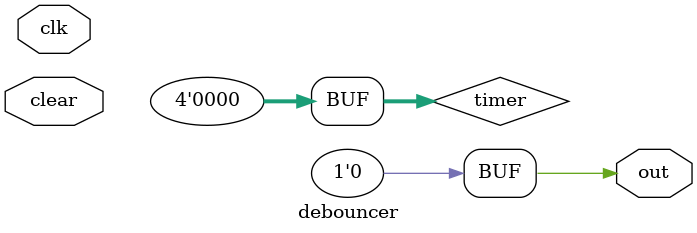
<source format=v>
module debouncer(input wire clear,input wire clk, output reg out);
  reg [3:0] timer=4'b0000;
  
  always @(clear) //reseta o timer caso o clear mude
	 begin
       out<=1'b0;
       timer<=4'b0000;
     end
  
  always @(posedge clk)
	begin
      if(timer>=4) //ativa apos 4 ciclos
        begin
          out<=1'b1;
        end
      
      if(timer<7 & ~clear) //para de contar no 7 ciclo
        begin
        	timer <= timer+1;
        end
        
    end
    
endmodule
</source>
